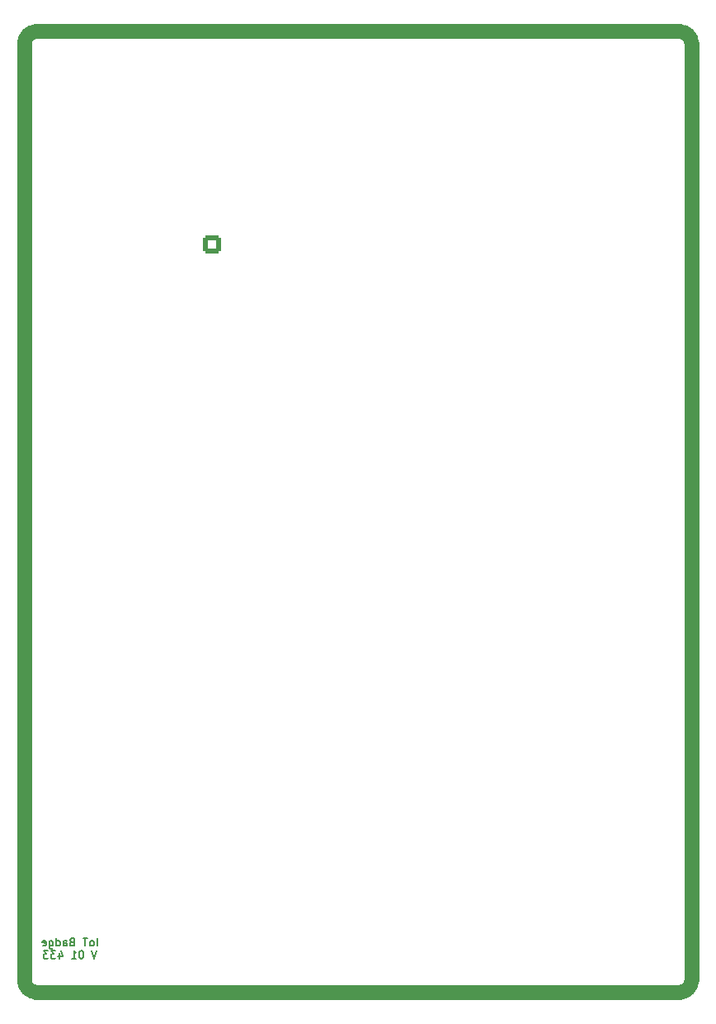
<source format=gbr>
G04 #@! TF.GenerationSoftware,KiCad,Pcbnew,6.0.11-2627ca5db0~126~ubuntu20.04.1*
G04 #@! TF.CreationDate,2023-08-31T15:29:59-05:00*
G04 #@! TF.ProjectId,iot-badge-433,696f742d-6261-4646-9765-2d3433332e6b,rev?*
G04 #@! TF.SameCoordinates,Original*
G04 #@! TF.FileFunction,Legend,Bot*
G04 #@! TF.FilePolarity,Positive*
%FSLAX46Y46*%
G04 Gerber Fmt 4.6, Leading zero omitted, Abs format (unit mm)*
G04 Created by KiCad (PCBNEW 6.0.11-2627ca5db0~126~ubuntu20.04.1) date 2023-08-31 15:29:59*
%MOMM*%
%LPD*%
G01*
G04 APERTURE LIST*
G04 Aperture macros list*
%AMRoundRect*
0 Rectangle with rounded corners*
0 $1 Rounding radius*
0 $2 $3 $4 $5 $6 $7 $8 $9 X,Y pos of 4 corners*
0 Add a 4 corners polygon primitive as box body*
4,1,4,$2,$3,$4,$5,$6,$7,$8,$9,$2,$3,0*
0 Add four circle primitives for the rounded corners*
1,1,$1+$1,$2,$3*
1,1,$1+$1,$4,$5*
1,1,$1+$1,$6,$7*
1,1,$1+$1,$8,$9*
0 Add four rect primitives between the rounded corners*
20,1,$1+$1,$2,$3,$4,$5,0*
20,1,$1+$1,$4,$5,$6,$7,0*
20,1,$1+$1,$6,$7,$8,$9,0*
20,1,$1+$1,$8,$9,$2,$3,0*%
G04 Aperture macros list end*
%ADD10C,1.500000*%
%ADD11C,0.150000*%
%ADD12C,0.650000*%
%ADD13O,1.000000X2.100000*%
%ADD14O,1.000000X1.600000*%
%ADD15C,6.200000*%
%ADD16C,1.700000*%
%ADD17C,1.524000*%
%ADD18C,0.500000*%
%ADD19RoundRect,0.248400X0.651600X0.651600X-0.651600X0.651600X-0.651600X-0.651600X0.651600X-0.651600X0*%
%ADD20C,1.800000*%
%ADD21C,1.980000*%
%ADD22R,0.850000X0.850000*%
%ADD23R,1.700000X1.700000*%
%ADD24O,1.700000X1.700000*%
G04 APERTURE END LIST*
D10*
X100750000Y-52000000D02*
X100750000Y-148000000D01*
X102000000Y-50750000D02*
G75*
G03*
X100750000Y-52000000I0J-1250000D01*
G01*
X168000000Y-149250000D02*
X102000000Y-149250000D01*
X169250000Y-52000000D02*
X169250000Y-148000000D01*
X168000000Y-149250000D02*
G75*
G03*
X169250000Y-148000000I0J1250000D01*
G01*
X168000000Y-50750000D02*
X102000000Y-50750000D01*
X169250000Y-52000000D02*
G75*
G03*
X168000000Y-50750000I-1250000J0D01*
G01*
X100750000Y-148000000D02*
G75*
G03*
X102000000Y-149250000I1250000J0D01*
G01*
D11*
X108210000Y-144497904D02*
X108210000Y-143697904D01*
X107714761Y-144497904D02*
X107790952Y-144459809D01*
X107829047Y-144421714D01*
X107867142Y-144345523D01*
X107867142Y-144116952D01*
X107829047Y-144040761D01*
X107790952Y-144002666D01*
X107714761Y-143964571D01*
X107600476Y-143964571D01*
X107524285Y-144002666D01*
X107486190Y-144040761D01*
X107448095Y-144116952D01*
X107448095Y-144345523D01*
X107486190Y-144421714D01*
X107524285Y-144459809D01*
X107600476Y-144497904D01*
X107714761Y-144497904D01*
X107219523Y-143697904D02*
X106762380Y-143697904D01*
X106990952Y-144497904D02*
X106990952Y-143697904D01*
X105619523Y-144078857D02*
X105505238Y-144116952D01*
X105467142Y-144155047D01*
X105429047Y-144231238D01*
X105429047Y-144345523D01*
X105467142Y-144421714D01*
X105505238Y-144459809D01*
X105581428Y-144497904D01*
X105886190Y-144497904D01*
X105886190Y-143697904D01*
X105619523Y-143697904D01*
X105543333Y-143736000D01*
X105505238Y-143774095D01*
X105467142Y-143850285D01*
X105467142Y-143926476D01*
X105505238Y-144002666D01*
X105543333Y-144040761D01*
X105619523Y-144078857D01*
X105886190Y-144078857D01*
X104743333Y-144497904D02*
X104743333Y-144078857D01*
X104781428Y-144002666D01*
X104857619Y-143964571D01*
X105010000Y-143964571D01*
X105086190Y-144002666D01*
X104743333Y-144459809D02*
X104819523Y-144497904D01*
X105010000Y-144497904D01*
X105086190Y-144459809D01*
X105124285Y-144383619D01*
X105124285Y-144307428D01*
X105086190Y-144231238D01*
X105010000Y-144193142D01*
X104819523Y-144193142D01*
X104743333Y-144155047D01*
X104019523Y-144497904D02*
X104019523Y-143697904D01*
X104019523Y-144459809D02*
X104095714Y-144497904D01*
X104248095Y-144497904D01*
X104324285Y-144459809D01*
X104362380Y-144421714D01*
X104400476Y-144345523D01*
X104400476Y-144116952D01*
X104362380Y-144040761D01*
X104324285Y-144002666D01*
X104248095Y-143964571D01*
X104095714Y-143964571D01*
X104019523Y-144002666D01*
X103295714Y-143964571D02*
X103295714Y-144612190D01*
X103333809Y-144688380D01*
X103371904Y-144726476D01*
X103448095Y-144764571D01*
X103562380Y-144764571D01*
X103638571Y-144726476D01*
X103295714Y-144459809D02*
X103371904Y-144497904D01*
X103524285Y-144497904D01*
X103600476Y-144459809D01*
X103638571Y-144421714D01*
X103676666Y-144345523D01*
X103676666Y-144116952D01*
X103638571Y-144040761D01*
X103600476Y-144002666D01*
X103524285Y-143964571D01*
X103371904Y-143964571D01*
X103295714Y-144002666D01*
X102610000Y-144459809D02*
X102686190Y-144497904D01*
X102838571Y-144497904D01*
X102914761Y-144459809D01*
X102952857Y-144383619D01*
X102952857Y-144078857D01*
X102914761Y-144002666D01*
X102838571Y-143964571D01*
X102686190Y-143964571D01*
X102610000Y-144002666D01*
X102571904Y-144078857D01*
X102571904Y-144155047D01*
X102952857Y-144231238D01*
X108190952Y-144985904D02*
X107924285Y-145785904D01*
X107657619Y-144985904D01*
X106629047Y-144985904D02*
X106552857Y-144985904D01*
X106476666Y-145024000D01*
X106438571Y-145062095D01*
X106400476Y-145138285D01*
X106362380Y-145290666D01*
X106362380Y-145481142D01*
X106400476Y-145633523D01*
X106438571Y-145709714D01*
X106476666Y-145747809D01*
X106552857Y-145785904D01*
X106629047Y-145785904D01*
X106705238Y-145747809D01*
X106743333Y-145709714D01*
X106781428Y-145633523D01*
X106819523Y-145481142D01*
X106819523Y-145290666D01*
X106781428Y-145138285D01*
X106743333Y-145062095D01*
X106705238Y-145024000D01*
X106629047Y-144985904D01*
X105600476Y-145785904D02*
X106057619Y-145785904D01*
X105829047Y-145785904D02*
X105829047Y-144985904D01*
X105905238Y-145100190D01*
X105981428Y-145176380D01*
X106057619Y-145214476D01*
X104305238Y-145252571D02*
X104305238Y-145785904D01*
X104495714Y-144947809D02*
X104686190Y-145519238D01*
X104190952Y-145519238D01*
X103962380Y-144985904D02*
X103467142Y-144985904D01*
X103733809Y-145290666D01*
X103619523Y-145290666D01*
X103543333Y-145328761D01*
X103505238Y-145366857D01*
X103467142Y-145443047D01*
X103467142Y-145633523D01*
X103505238Y-145709714D01*
X103543333Y-145747809D01*
X103619523Y-145785904D01*
X103848095Y-145785904D01*
X103924285Y-145747809D01*
X103962380Y-145709714D01*
X103200476Y-144985904D02*
X102705238Y-144985904D01*
X102971904Y-145290666D01*
X102857619Y-145290666D01*
X102781428Y-145328761D01*
X102743333Y-145366857D01*
X102705238Y-145443047D01*
X102705238Y-145633523D01*
X102743333Y-145709714D01*
X102781428Y-145747809D01*
X102857619Y-145785904D01*
X103086190Y-145785904D01*
X103162380Y-145747809D01*
X103200476Y-145709714D01*
%LPC*%
D12*
X137890000Y-143196000D03*
X132110000Y-143196000D03*
D13*
X130680000Y-142666000D03*
D14*
X139320000Y-146846000D03*
X130680000Y-146846000D03*
D13*
X139320000Y-142666000D03*
D15*
X145350000Y-103548000D03*
X145350000Y-80348000D03*
X124650000Y-80348000D03*
X124650000Y-103548000D03*
D16*
X131190000Y-79998000D03*
X133730000Y-79998000D03*
X136270000Y-79998000D03*
X138810000Y-79998000D03*
D17*
X131137000Y-97898000D03*
X133677000Y-97898000D03*
X136323000Y-97898000D03*
X138863000Y-97898000D03*
D18*
X158560000Y-132400000D03*
D19*
X120000000Y-72600000D03*
D20*
X117460000Y-72600000D03*
X114920000Y-72600000D03*
D21*
X110650000Y-109200000D03*
D22*
X109950000Y-76300000D03*
D23*
X131190000Y-77458000D03*
D24*
X133730000Y-77458000D03*
X136270000Y-77458000D03*
X138810000Y-77458000D03*
M02*

</source>
